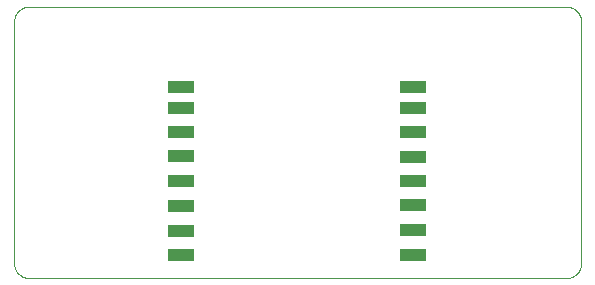
<source format=gbp>
G75*
%MOIN*%
%OFA0B0*%
%FSLAX25Y25*%
%IPPOS*%
%LPD*%
%AMOC8*
5,1,8,0,0,1.08239X$1,22.5*
%
%ADD10C,0.00000*%
%ADD11R,0.08600X0.04200*%
D10*
X0012000Y0060307D02*
X0190976Y0060307D01*
X0191116Y0060309D01*
X0191256Y0060315D01*
X0191396Y0060325D01*
X0191536Y0060338D01*
X0191675Y0060356D01*
X0191814Y0060378D01*
X0191951Y0060403D01*
X0192089Y0060432D01*
X0192225Y0060465D01*
X0192360Y0060502D01*
X0192494Y0060543D01*
X0192627Y0060588D01*
X0192759Y0060636D01*
X0192889Y0060688D01*
X0193018Y0060743D01*
X0193145Y0060802D01*
X0193271Y0060865D01*
X0193395Y0060931D01*
X0193516Y0061000D01*
X0193636Y0061073D01*
X0193754Y0061150D01*
X0193869Y0061229D01*
X0193983Y0061312D01*
X0194093Y0061398D01*
X0194202Y0061487D01*
X0194308Y0061579D01*
X0194411Y0061674D01*
X0194512Y0061771D01*
X0194609Y0061872D01*
X0194704Y0061975D01*
X0194796Y0062081D01*
X0194885Y0062190D01*
X0194971Y0062300D01*
X0195054Y0062414D01*
X0195133Y0062529D01*
X0195210Y0062647D01*
X0195283Y0062767D01*
X0195352Y0062888D01*
X0195418Y0063012D01*
X0195481Y0063138D01*
X0195540Y0063265D01*
X0195595Y0063394D01*
X0195647Y0063524D01*
X0195695Y0063656D01*
X0195740Y0063789D01*
X0195781Y0063923D01*
X0195818Y0064058D01*
X0195851Y0064194D01*
X0195880Y0064332D01*
X0195905Y0064469D01*
X0195927Y0064608D01*
X0195945Y0064747D01*
X0195958Y0064887D01*
X0195968Y0065027D01*
X0195974Y0065167D01*
X0195976Y0065307D01*
X0195976Y0145858D01*
X0195974Y0145998D01*
X0195968Y0146138D01*
X0195958Y0146278D01*
X0195945Y0146418D01*
X0195927Y0146557D01*
X0195905Y0146696D01*
X0195880Y0146833D01*
X0195851Y0146971D01*
X0195818Y0147107D01*
X0195781Y0147242D01*
X0195740Y0147376D01*
X0195695Y0147509D01*
X0195647Y0147641D01*
X0195595Y0147771D01*
X0195540Y0147900D01*
X0195481Y0148027D01*
X0195418Y0148153D01*
X0195352Y0148277D01*
X0195283Y0148398D01*
X0195210Y0148518D01*
X0195133Y0148636D01*
X0195054Y0148751D01*
X0194971Y0148865D01*
X0194885Y0148975D01*
X0194796Y0149084D01*
X0194704Y0149190D01*
X0194609Y0149293D01*
X0194512Y0149394D01*
X0194411Y0149491D01*
X0194308Y0149586D01*
X0194202Y0149678D01*
X0194093Y0149767D01*
X0193983Y0149853D01*
X0193869Y0149936D01*
X0193754Y0150015D01*
X0193636Y0150092D01*
X0193516Y0150165D01*
X0193395Y0150234D01*
X0193271Y0150300D01*
X0193145Y0150363D01*
X0193018Y0150422D01*
X0192889Y0150477D01*
X0192759Y0150529D01*
X0192627Y0150577D01*
X0192494Y0150622D01*
X0192360Y0150663D01*
X0192225Y0150700D01*
X0192089Y0150733D01*
X0191951Y0150762D01*
X0191814Y0150787D01*
X0191675Y0150809D01*
X0191536Y0150827D01*
X0191396Y0150840D01*
X0191256Y0150850D01*
X0191116Y0150856D01*
X0190976Y0150858D01*
X0012000Y0150858D01*
X0011860Y0150856D01*
X0011720Y0150850D01*
X0011580Y0150840D01*
X0011440Y0150827D01*
X0011301Y0150809D01*
X0011162Y0150787D01*
X0011025Y0150762D01*
X0010887Y0150733D01*
X0010751Y0150700D01*
X0010616Y0150663D01*
X0010482Y0150622D01*
X0010349Y0150577D01*
X0010217Y0150529D01*
X0010087Y0150477D01*
X0009958Y0150422D01*
X0009831Y0150363D01*
X0009705Y0150300D01*
X0009581Y0150234D01*
X0009460Y0150165D01*
X0009340Y0150092D01*
X0009222Y0150015D01*
X0009107Y0149936D01*
X0008993Y0149853D01*
X0008883Y0149767D01*
X0008774Y0149678D01*
X0008668Y0149586D01*
X0008565Y0149491D01*
X0008464Y0149394D01*
X0008367Y0149293D01*
X0008272Y0149190D01*
X0008180Y0149084D01*
X0008091Y0148975D01*
X0008005Y0148865D01*
X0007922Y0148751D01*
X0007843Y0148636D01*
X0007766Y0148518D01*
X0007693Y0148398D01*
X0007624Y0148277D01*
X0007558Y0148153D01*
X0007495Y0148027D01*
X0007436Y0147900D01*
X0007381Y0147771D01*
X0007329Y0147641D01*
X0007281Y0147509D01*
X0007236Y0147376D01*
X0007195Y0147242D01*
X0007158Y0147107D01*
X0007125Y0146971D01*
X0007096Y0146833D01*
X0007071Y0146696D01*
X0007049Y0146557D01*
X0007031Y0146418D01*
X0007018Y0146278D01*
X0007008Y0146138D01*
X0007002Y0145998D01*
X0007000Y0145858D01*
X0007000Y0065307D01*
X0007002Y0065167D01*
X0007008Y0065027D01*
X0007018Y0064887D01*
X0007031Y0064747D01*
X0007049Y0064608D01*
X0007071Y0064469D01*
X0007096Y0064332D01*
X0007125Y0064194D01*
X0007158Y0064058D01*
X0007195Y0063923D01*
X0007236Y0063789D01*
X0007281Y0063656D01*
X0007329Y0063524D01*
X0007381Y0063394D01*
X0007436Y0063265D01*
X0007495Y0063138D01*
X0007558Y0063012D01*
X0007624Y0062888D01*
X0007693Y0062767D01*
X0007766Y0062647D01*
X0007843Y0062529D01*
X0007922Y0062414D01*
X0008005Y0062300D01*
X0008091Y0062190D01*
X0008180Y0062081D01*
X0008272Y0061975D01*
X0008367Y0061872D01*
X0008464Y0061771D01*
X0008565Y0061674D01*
X0008668Y0061579D01*
X0008774Y0061487D01*
X0008883Y0061398D01*
X0008993Y0061312D01*
X0009107Y0061229D01*
X0009222Y0061150D01*
X0009340Y0061073D01*
X0009460Y0061000D01*
X0009581Y0060931D01*
X0009705Y0060865D01*
X0009831Y0060802D01*
X0009958Y0060743D01*
X0010087Y0060688D01*
X0010217Y0060636D01*
X0010349Y0060588D01*
X0010482Y0060543D01*
X0010616Y0060502D01*
X0010751Y0060465D01*
X0010887Y0060432D01*
X0011025Y0060403D01*
X0011162Y0060378D01*
X0011301Y0060356D01*
X0011440Y0060338D01*
X0011580Y0060325D01*
X0011720Y0060315D01*
X0011860Y0060309D01*
X0012000Y0060307D01*
D11*
X0062500Y0068189D03*
X0062500Y0076063D03*
X0062500Y0084439D03*
X0062500Y0092687D03*
X0062500Y0101186D03*
X0062500Y0109060D03*
X0062500Y0116934D03*
X0062500Y0124183D03*
X0139867Y0124183D03*
X0139867Y0116934D03*
X0139867Y0109060D03*
X0139867Y0100561D03*
X0139867Y0092687D03*
X0139867Y0084813D03*
X0139867Y0076314D03*
X0139867Y0067938D03*
M02*

</source>
